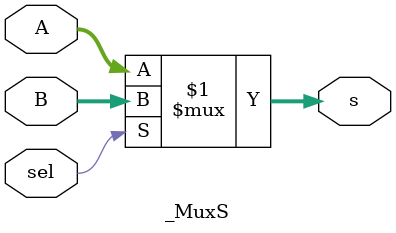
<source format=v>
module _MuxS (
    input wire sel,
    input wire [4:0] A,
    input wire [4:0] B,
    output wire [4:0] s
);
    assign s = (sel) ? B : A;
endmodule
</source>
